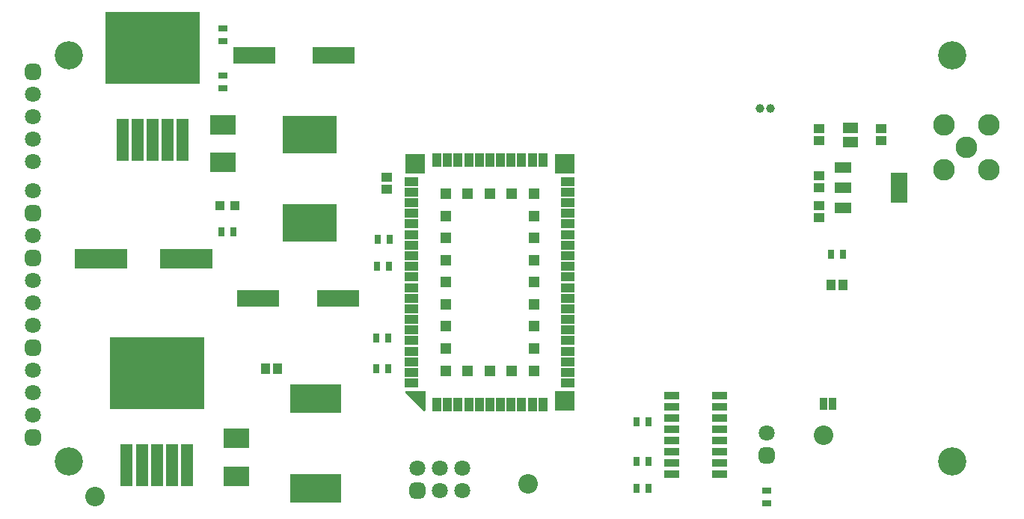
<source format=gbr>
G04*
G04 #@! TF.GenerationSoftware,Altium Limited,Altium Designer,22.8.2 (66)*
G04*
G04 Layer_Color=8388736*
%FSLAX44Y44*%
%MOMM*%
G71*
G04*
G04 #@! TF.SameCoordinates,CF27D90D-B1D3-4D20-95BB-87DB92CEE313*
G04*
G04*
G04 #@! TF.FilePolarity,Negative*
G04*
G01*
G75*
%ADD15R,1.9532X1.1532*%
%ADD16R,1.9532X3.4032*%
%ADD17R,1.7532X0.8532*%
%ADD18R,1.6732X1.1932*%
%ADD19R,0.7032X1.0032*%
%ADD20R,5.9032X2.2032*%
%ADD21R,0.8382X1.4732*%
%ADD22C,2.2032*%
%ADD23R,1.0032X1.5032*%
%ADD24C,0.7032*%
%ADD25R,1.5032X1.0032*%
%ADD26R,1.3032X1.3032*%
%ADD27R,2.3032X2.3032*%
%ADD28R,5.8032X3.3032*%
%ADD29R,6.2032X4.2032*%
%ADD30R,0.9832X1.1832*%
%ADD31R,4.7032X1.8532*%
%ADD32R,1.1832X0.9832*%
%ADD33R,1.0032X0.7032*%
%ADD34R,2.9032X2.2532*%
%ADD35R,10.7032X8.2032*%
%ADD36R,1.4032X4.8032*%
%ADD37R,1.0032X1.0032*%
%ADD38C,1.0032*%
%ADD39C,1.8032*%
G04:AMPARAMS|DCode=40|XSize=1.8032mm|YSize=1.8032mm|CornerRadius=0.5016mm|HoleSize=0mm|Usage=FLASHONLY|Rotation=180.000|XOffset=0mm|YOffset=0mm|HoleType=Round|Shape=RoundedRectangle|*
%AMROUNDEDRECTD40*
21,1,1.8032,0.8000,0,0,180.0*
21,1,0.8000,1.8032,0,0,180.0*
1,1,1.0032,-0.4000,0.4000*
1,1,1.0032,0.4000,0.4000*
1,1,1.0032,0.4000,-0.4000*
1,1,1.0032,-0.4000,-0.4000*
%
%ADD40ROUNDEDRECTD40*%
%ADD41C,3.2032*%
G04:AMPARAMS|DCode=42|XSize=1.8032mm|YSize=1.8032mm|CornerRadius=0.5016mm|HoleSize=0mm|Usage=FLASHONLY|Rotation=90.000|XOffset=0mm|YOffset=0mm|HoleType=Round|Shape=RoundedRectangle|*
%AMROUNDEDRECTD42*
21,1,1.8032,0.8000,0,0,90.0*
21,1,0.8000,1.8032,0,0,90.0*
1,1,1.0032,0.4000,0.4000*
1,1,1.0032,0.4000,-0.4000*
1,1,1.0032,-0.4000,-0.4000*
1,1,1.0032,-0.4000,0.4000*
%
%ADD42ROUNDEDRECTD42*%
%ADD43C,2.4532*%
G36*
X463133Y140009D02*
X463264Y139984D01*
X463390Y139941D01*
X463509Y139882D01*
X463620Y139808D01*
X463720Y139720D01*
X463808Y139620D01*
X463882Y139509D01*
X463941Y139390D01*
X463983Y139263D01*
X464010Y139133D01*
X464018Y139000D01*
Y118000D01*
X464010Y117867D01*
X463983Y117737D01*
X463941Y117610D01*
X463882Y117491D01*
X463808Y117380D01*
X463720Y117280D01*
X463620Y117192D01*
X463509Y117118D01*
X463390Y117059D01*
X463264Y117016D01*
X463133Y116990D01*
X463000Y116982D01*
X462867Y116990D01*
X462737Y117016D01*
X462610Y117059D01*
X462491Y117118D01*
X462380Y117192D01*
X462280Y117280D01*
X441280Y138280D01*
X441192Y138380D01*
X441118Y138491D01*
X441059Y138610D01*
X441017Y138736D01*
X440990Y138867D01*
X440982Y139000D01*
X440990Y139133D01*
X441017Y139263D01*
X441059Y139390D01*
X441118Y139509D01*
X441192Y139620D01*
X441280Y139720D01*
X441380Y139808D01*
X441491Y139882D01*
X441610Y139941D01*
X441736Y139984D01*
X441867Y140009D01*
X442000Y140018D01*
X463000D01*
X463133Y140009D01*
D02*
G37*
D15*
X937000Y393000D02*
D03*
Y370000D02*
D03*
Y347000D02*
D03*
D16*
X1000000Y370000D02*
D03*
D17*
X742750Y45550D02*
D03*
Y58250D02*
D03*
Y70950D02*
D03*
Y83650D02*
D03*
Y96350D02*
D03*
Y109050D02*
D03*
Y121750D02*
D03*
Y134450D02*
D03*
X797250D02*
D03*
Y121750D02*
D03*
Y109050D02*
D03*
Y96350D02*
D03*
Y83650D02*
D03*
Y70950D02*
D03*
Y58250D02*
D03*
Y45550D02*
D03*
D18*
X945000Y438200D02*
D03*
Y421800D02*
D03*
D19*
X717000Y30000D02*
D03*
X703000D02*
D03*
Y105000D02*
D03*
X717000D02*
D03*
X247000Y320000D02*
D03*
X233000D02*
D03*
X717000Y60000D02*
D03*
X703000D02*
D03*
X923000Y295000D02*
D03*
X937000D02*
D03*
X423000Y281000D02*
D03*
X409000D02*
D03*
X424000Y312000D02*
D03*
X410000D02*
D03*
X422000Y200000D02*
D03*
X408000D02*
D03*
X422000Y165000D02*
D03*
X408000D02*
D03*
D20*
X193500Y290000D02*
D03*
X96500D02*
D03*
D21*
X915000Y125000D02*
D03*
X925000D02*
D03*
D22*
X915000Y90000D02*
D03*
X90000Y20000D02*
D03*
X580000Y35000D02*
D03*
D23*
X513000Y124500D02*
D03*
X477000D02*
D03*
X489000D02*
D03*
X501000D02*
D03*
X525000D02*
D03*
X537000D02*
D03*
X549000D02*
D03*
X561000D02*
D03*
X573000D02*
D03*
X585000D02*
D03*
X597000D02*
D03*
X501002Y401500D02*
D03*
X549002D02*
D03*
X525002D02*
D03*
X537002D02*
D03*
X489002D02*
D03*
X477002D02*
D03*
X513002D02*
D03*
X561002D02*
D03*
X573002D02*
D03*
X585002D02*
D03*
X597001D02*
D03*
D24*
X458000Y133500D02*
D03*
D25*
X448500Y149000D02*
D03*
Y161000D02*
D03*
Y173000D02*
D03*
Y185000D02*
D03*
Y197000D02*
D03*
Y209000D02*
D03*
Y221000D02*
D03*
Y233000D02*
D03*
Y245000D02*
D03*
X625500Y149000D02*
D03*
Y197000D02*
D03*
Y173000D02*
D03*
Y221000D02*
D03*
Y209000D02*
D03*
Y233000D02*
D03*
Y185000D02*
D03*
Y161000D02*
D03*
Y245000D02*
D03*
X448500Y257000D02*
D03*
Y269000D02*
D03*
Y281000D02*
D03*
Y293000D02*
D03*
Y305000D02*
D03*
Y317000D02*
D03*
Y329000D02*
D03*
Y341000D02*
D03*
Y353000D02*
D03*
Y365000D02*
D03*
Y377000D02*
D03*
X625500Y305000D02*
D03*
Y341000D02*
D03*
Y293000D02*
D03*
Y269000D02*
D03*
Y317000D02*
D03*
Y257000D02*
D03*
Y281000D02*
D03*
Y329000D02*
D03*
Y353000D02*
D03*
Y377000D02*
D03*
Y365000D02*
D03*
D26*
X487000Y163000D02*
D03*
X562000D02*
D03*
X537002D02*
D03*
X512000D02*
D03*
X487000Y188000D02*
D03*
Y213000D02*
D03*
Y238000D02*
D03*
X587003Y188000D02*
D03*
Y213000D02*
D03*
Y163000D02*
D03*
Y238000D02*
D03*
X487000Y263000D02*
D03*
Y288000D02*
D03*
Y313000D02*
D03*
X587003D02*
D03*
X487000Y338000D02*
D03*
X537002Y363000D02*
D03*
X512000D02*
D03*
X487000D02*
D03*
X562000D02*
D03*
X587000D02*
D03*
X587003Y288000D02*
D03*
Y263000D02*
D03*
Y338000D02*
D03*
D27*
X621500Y128500D02*
D03*
X452500Y397500D02*
D03*
X621500D02*
D03*
D28*
X340000Y30000D02*
D03*
Y131000D02*
D03*
D29*
X333000Y430000D02*
D03*
Y330000D02*
D03*
D30*
X923000Y260000D02*
D03*
X937000D02*
D03*
X297000Y165000D02*
D03*
X283000D02*
D03*
D31*
X365000Y245000D02*
D03*
X275000D02*
D03*
X360000Y520000D02*
D03*
X270000D02*
D03*
D32*
X910000Y384000D02*
D03*
Y370000D02*
D03*
Y350000D02*
D03*
Y336000D02*
D03*
X980000Y437000D02*
D03*
Y423000D02*
D03*
X910000Y437000D02*
D03*
Y423000D02*
D03*
X420000Y368000D02*
D03*
Y382000D02*
D03*
D33*
X850000Y13000D02*
D03*
Y27000D02*
D03*
X235000Y497000D02*
D03*
Y483000D02*
D03*
Y550000D02*
D03*
Y536000D02*
D03*
D34*
X250000Y86500D02*
D03*
Y43500D02*
D03*
X235000Y441500D02*
D03*
Y398500D02*
D03*
D35*
X160000Y160000D02*
D03*
X155000Y528000D02*
D03*
D36*
X126000Y56330D02*
D03*
X143000D02*
D03*
X160000D02*
D03*
X177000D02*
D03*
X194000D02*
D03*
X121000Y424330D02*
D03*
X138000D02*
D03*
X155000D02*
D03*
X172000D02*
D03*
X189000D02*
D03*
D37*
X248250Y350000D02*
D03*
X231750D02*
D03*
D38*
X842500Y460000D02*
D03*
X855000D02*
D03*
D39*
X850000Y92700D02*
D03*
X20000Y366600D02*
D03*
Y315800D02*
D03*
Y163400D02*
D03*
Y138000D02*
D03*
Y112600D02*
D03*
Y265000D02*
D03*
Y239600D02*
D03*
Y214200D02*
D03*
Y476200D02*
D03*
Y450800D02*
D03*
Y425400D02*
D03*
Y400000D02*
D03*
X454600Y52698D02*
D03*
X480000Y27298D02*
D03*
Y52698D02*
D03*
X505400Y27298D02*
D03*
Y52698D02*
D03*
D40*
X850000Y67300D02*
D03*
X20000Y341200D02*
D03*
Y290400D02*
D03*
Y87200D02*
D03*
Y188800D02*
D03*
Y501600D02*
D03*
D41*
X60000Y60000D02*
D03*
Y520000D02*
D03*
X1060000D02*
D03*
Y60000D02*
D03*
D42*
X454600Y27298D02*
D03*
D43*
X1051200Y390000D02*
D03*
Y440800D02*
D03*
X1102000Y390000D02*
D03*
Y440800D02*
D03*
X1076600Y415400D02*
D03*
M02*

</source>
